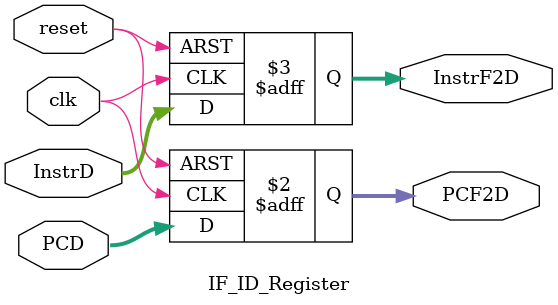
<source format=v>
module IF_ID_Register (
    input         clk,
    input         reset,
    input  [31:0] PCD,        // PC from Fetch stage
    input  [31:0] InstrD,     // Instruction from Fetch stage
    output reg [31:0] PCF2D,  // PC to Decode stage
    output reg [31:0] InstrF2D // Instruction to Decode stage
);

    always @(posedge clk or posedge reset) begin
        if (reset) begin
            PCF2D <= 32'b0;
            InstrF2D <= 32'b0;
        end else begin
            PCF2D <= PCD;
            InstrF2D <= InstrD;
        end
    end

endmodule

</source>
